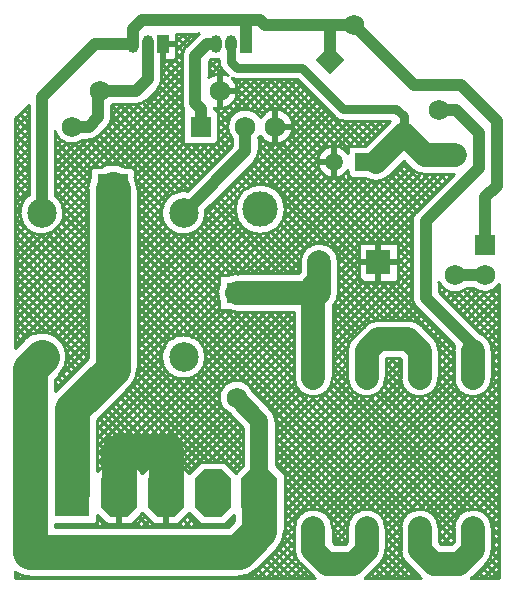
<source format=gbl>
G04*
G04 #@! TF.GenerationSoftware,Altium Limited,Altium Designer,22.1.2 (22)*
G04*
G04 Layer_Physical_Order=2*
G04 Layer_Color=10059915*
%FSLAX42Y42*%
%MOMM*%
G71*
G04*
G04 #@! TF.SameCoordinates,66CC876A-D426-4744-AE03-0E6BB2EB721C*
G04*
G04*
G04 #@! TF.FilePolarity,Positive*
G04*
G01*
G75*
%ADD11C,0.25*%
%ADD13C,0.50*%
%ADD14C,1.00*%
%ADD15C,2.00*%
%ADD16C,1.50*%
%ADD17C,3.00*%
%ADD18C,0.75*%
%ADD19R,1.75X1.75*%
%ADD20C,1.75*%
%ADD21R,1.75X1.75*%
%ADD22O,1.00X1.50*%
%ADD23C,1.50*%
%ADD24P,2.47X4X360.0*%
%ADD25C,2.50*%
%ADD26R,2.50X2.50*%
G04:AMPARAMS|DCode=27|XSize=3mm|YSize=4mm|CornerRadius=0mm|HoleSize=0mm|Usage=FLASHONLY|Rotation=0.000|XOffset=0mm|YOffset=0mm|HoleType=Round|Shape=Octagon|*
%AMOCTAGOND27*
4,1,8,-0.75,2.00,0.75,2.00,1.50,1.25,1.50,-1.25,0.75,-2.00,-0.75,-2.00,-1.50,-1.25,-1.50,1.25,-0.75,2.00,0.0*
%
%ADD27OCTAGOND27*%

%ADD28R,3.00X4.00*%
%ADD29C,2.00*%
%ADD30R,2.00X2.00*%
%ADD31R,1.50X1.50*%
%ADD32R,1.00X1.50*%
%ADD33C,3.00*%
D11*
X3427Y3543D02*
G03*
X3542Y3496I115J115D01*
G01*
X3427Y3543D02*
G03*
X3542Y3496I115J115D01*
G01*
X3470Y3180D02*
G03*
X3438Y3100I80J-80D01*
G01*
X3470Y3180D02*
G03*
X3438Y3100I80J-80D01*
G01*
X3041Y3462D02*
G03*
X3243Y3485I87J138D01*
G01*
X3953Y2532D02*
G03*
X4175Y2563I97J114D01*
G01*
X3662Y2582D02*
G03*
X3901Y2532I138J60D01*
G01*
X3794Y2047D02*
G03*
X3788Y2000I156J-47D01*
G01*
X4112D02*
G03*
X4007Y2152I-162J0D01*
G01*
X3438Y2450D02*
G03*
X3470Y2370I112J0D01*
G01*
X3438Y2450D02*
G03*
X3470Y2370I112J0D01*
G01*
X3662Y2000D02*
G03*
X3615Y2115I-162J0D01*
G01*
X3662Y2000D02*
G03*
X3615Y2115I-162J0D01*
G01*
X3515Y2215D02*
G03*
X3400Y2262I-115J-115D01*
G01*
X3515Y2215D02*
G03*
X3400Y2262I-115J-115D01*
G01*
X3150D02*
G03*
X3035Y2215I0J-162D01*
G01*
X3150Y2262D02*
G03*
X3035Y2215I0J-162D01*
G01*
X2779Y3979D02*
G03*
X2850Y3950I71J71D01*
G01*
X2779Y3979D02*
G03*
X2850Y3950I71J71D01*
G01*
X2890Y3673D02*
G03*
X2890Y3527I-116J-73D01*
G01*
X2427Y3900D02*
G03*
X2150Y3980I-150J0D01*
G01*
X1958Y4200D02*
G03*
X1913Y4307I-150J0D01*
G01*
X2150Y3820D02*
G03*
X2427Y3900I127J80D01*
G01*
X2135Y3801D02*
G03*
X2150Y3820I-112J99D01*
G01*
X2103Y3613D02*
G03*
X2135Y3693I-80J80D01*
G01*
X2103Y3613D02*
G03*
X2135Y3693I-80J80D01*
G01*
X2812Y2750D02*
G03*
X2488Y2750I-162J0D01*
G01*
X2812D02*
G03*
X2488Y2750I-162J0D01*
G01*
Y2667D02*
G03*
X2477Y2657I112J-117D01*
G01*
X2935Y2115D02*
G03*
X2888Y2000I115J-115D01*
G01*
X2765Y2379D02*
G03*
X2812Y2494I-115J115D01*
G01*
X2765Y2379D02*
G03*
X2812Y2494I-115J115D01*
G01*
X2765Y2379D02*
G03*
X2812Y2494I-115J115D01*
G01*
X2935Y2115D02*
G03*
X2888Y2000I115J-115D01*
G01*
X2362Y3200D02*
G03*
X2362Y3200I-212J0D01*
G01*
D02*
G03*
X2362Y3200I-212J0D01*
G01*
X3338Y1775D02*
G03*
X3662Y1775I162J0D01*
G01*
X3788D02*
G03*
X4112Y1775I162J0D01*
G01*
Y500D02*
G03*
X3788Y500I-162J0D01*
G01*
X4065Y202D02*
G03*
X4112Y317I-115J115D01*
G01*
X4065Y202D02*
G03*
X4112Y317I-115J115D01*
G01*
X3937Y75D02*
G03*
X3948Y85I-104J125D01*
G01*
X3937Y75D02*
G03*
X3948Y85I-104J125D01*
G01*
X3662Y500D02*
G03*
X3338Y500I-162J0D01*
G01*
X3502Y85D02*
G03*
X3513Y75I115J115D01*
G01*
X3502Y85D02*
G03*
X3513Y75I115J115D01*
G01*
X3338Y317D02*
G03*
X3385Y202I162J0D01*
G01*
X3338Y317D02*
G03*
X3385Y202I162J0D01*
G01*
X2888Y1775D02*
G03*
X3212Y1775I162J0D01*
G01*
X2438D02*
G03*
X2762Y1775I162J0D01*
G01*
X2280Y1407D02*
G03*
X2239Y1504I-138J0D01*
G01*
X2280Y1407D02*
G03*
X2239Y1504I-138J0D01*
G01*
X3212Y500D02*
G03*
X2888Y500I-162J0D01*
G01*
X2762D02*
G03*
X2438Y500I-162J0D01*
G01*
X3165Y202D02*
G03*
X3212Y317I-115J115D01*
G01*
X3165Y202D02*
G03*
X3212Y317I-115J115D01*
G01*
X2438D02*
G03*
X2485Y202I162J0D01*
G01*
X3037Y75D02*
G03*
X3048Y85I-104J125D01*
G01*
X3037Y75D02*
G03*
X3048Y85I-104J125D01*
G01*
X2602Y85D02*
G03*
X2613Y75I115J115D01*
G01*
X2602Y85D02*
G03*
X2613Y75I115J115D01*
G01*
X2438Y317D02*
G03*
X2485Y202I162J0D01*
G01*
X2292Y325D02*
G03*
X2355Y476I-150J150D01*
G01*
X2292Y325D02*
G03*
X2355Y476I-150J150D01*
G01*
X1966Y88D02*
G03*
X2117Y150I0J212D01*
G01*
X1966Y88D02*
G03*
X2117Y150I0J212D01*
G01*
X1800Y4450D02*
G03*
X1829Y4379I100J0D01*
G01*
X1730Y4471D02*
G03*
X1800Y4466I43J104D01*
G01*
Y4450D02*
G03*
X1829Y4379I100J0D01*
G01*
X1629Y4688D02*
G03*
X1620Y4680I71J-88D01*
G01*
X1629Y4688D02*
G03*
X1620Y4680I71J-88D01*
G01*
X1913Y4307D02*
G03*
X1950Y4300I37J93D01*
G01*
X1913Y4307D02*
G03*
X1950Y4300I37J93D01*
G01*
X2150Y3980D02*
G03*
X1910Y3801I-127J-80D01*
G01*
X1762Y4057D02*
G03*
X1958Y4200I46J143D01*
G01*
X1874Y4335D02*
G03*
X1712Y4316I-66J-135D01*
G01*
X1520Y4580D02*
G03*
X1488Y4500I80J-80D01*
G01*
X1520Y4580D02*
G03*
X1488Y4500I80J-80D01*
G01*
Y4100D02*
G03*
X1499Y4050I112J0D01*
G01*
X1488Y4100D02*
G03*
X1499Y4050I112J0D01*
G01*
X1950Y2657D02*
G03*
X1888Y2644I0J-162D01*
G01*
X1688Y3170D02*
G03*
X1686Y3197I-188J0D01*
G01*
X1888Y2344D02*
G03*
X1950Y2332I62J150D01*
G01*
X1800Y2557D02*
G03*
X1800Y2432I150J-62D01*
G01*
X1527Y3356D02*
G03*
X1688Y3170I-27J-186D01*
G01*
X1280Y4220D02*
G03*
X1312Y4300I-80J80D01*
G01*
X1280Y4220D02*
G03*
X1312Y4300I-80J80D01*
G01*
X1100Y4088D02*
G03*
X1180Y4120I0J112D01*
G01*
X1100Y4088D02*
G03*
X1180Y4120I0J112D01*
G01*
X1000Y3558D02*
G03*
X800Y3558I-100J-188D01*
G01*
X857Y3898D02*
G03*
X890Y3978I-80J80D01*
G01*
X857Y3898D02*
G03*
X890Y3978I-80J80D01*
G01*
X700Y3788D02*
G03*
X780Y3820I0J112D01*
G01*
X700Y3788D02*
G03*
X780Y3820I0J112D01*
G01*
X412Y3857D02*
G03*
X655Y3788I144J43D01*
G01*
X1112Y3370D02*
G03*
X1088Y3470I-212J0D01*
G01*
X712D02*
G03*
X688Y3370I188J-100D01*
G01*
X488Y3170D02*
G03*
X412Y3320I-188J0D01*
G01*
X188D02*
G03*
X488Y3170I112J-150D01*
G01*
X1688Y1950D02*
G03*
X1688Y1950I-188J0D01*
G01*
X2093Y1650D02*
G03*
X1883Y1472I-143J-44D01*
G01*
X1050Y1700D02*
G03*
X1112Y1850I-150J150D01*
G01*
X1050Y1700D02*
G03*
X1112Y1850I-150J150D01*
G01*
X450Y1800D02*
G03*
X512Y1950I-150J150D01*
G01*
D02*
G03*
X150Y2100I-212J0D01*
G01*
X75Y128D02*
G03*
X200Y88I125J172D01*
G01*
X75Y128D02*
G03*
X200Y88I125J172D01*
G01*
X3596Y3496D02*
X3691Y3400D01*
X3524Y3496D02*
X3656Y3365D01*
X3354Y3596D02*
X3620Y3330D01*
X3319Y3561D02*
X3585Y3294D01*
X3283Y3525D02*
X3550Y3259D01*
X3737Y3496D02*
X3762Y3471D01*
X3667Y3496D02*
X3727Y3436D01*
X3542Y3496D02*
X3786D01*
X3470Y3180D02*
X3786Y3496D01*
X3364Y3606D02*
X3427Y3543D01*
X3243Y3485D02*
X3364Y3606D01*
X3212Y3950D02*
X3230Y3932D01*
X3142Y3950D02*
X3195Y3897D01*
X3248Y3490D02*
X3514Y3224D01*
X3208Y3459D02*
X3479Y3188D01*
X3156Y3440D02*
X3448Y3148D01*
X3195Y2912D02*
X3778Y3496D01*
X3312Y2718D02*
X3438Y2593D01*
Y2450D02*
Y3100D01*
X3312Y2789D02*
X3438Y2664D01*
X3312Y2605D02*
X3438Y2730D01*
X3312Y2818D02*
X3438Y2943D01*
X3312Y2588D02*
Y2912D01*
X3266D02*
X3438Y3084D01*
X3312Y2888D02*
X3438Y3013D01*
X3312Y2860D02*
X3438Y2735D01*
X3312Y2676D02*
X3438Y2801D01*
X3312Y2747D02*
X3438Y2872D01*
X3036Y3738D02*
X3248Y3950D01*
X3054Y2912D02*
X3637Y3496D01*
X2850Y3950D02*
X3248D01*
X2381Y3792D02*
X3260Y2912D01*
X3082Y3444D02*
X3438Y3088D01*
X2993Y3462D02*
X3438Y3018D01*
X2922Y3462D02*
X3438Y2947D01*
X2988Y2912D02*
X3312D01*
X3071Y3950D02*
X3159Y3861D01*
X3000Y3950D02*
X3124Y3826D01*
X2960Y3738D02*
X3172Y3950D01*
X2859Y3707D02*
X3101Y3950D01*
X3030Y3738D02*
X3243Y3950D01*
X2281Y3750D02*
X3118Y2912D01*
X2338Y3763D02*
X3189Y2912D01*
X2803Y2803D02*
X3501Y3501D01*
X2803Y2803D02*
X3501Y3501D01*
X2742Y2884D02*
X3414Y3556D01*
X2779Y2849D02*
X3452Y3523D01*
X3125Y2912D02*
X3708Y3496D01*
X2836Y3478D02*
X3438Y2876D01*
X2780Y3463D02*
X3438Y2805D01*
X2812Y2742D02*
X3566Y3496D01*
X2694Y2906D02*
X3379Y3591D01*
X2628Y2911D02*
X3157Y3440D01*
X2303Y2657D02*
X3089Y3442D01*
X2812Y2723D02*
X3273Y2262D01*
X2812Y2653D02*
X3203Y2262D01*
X4141Y2527D02*
X4175Y2492D01*
X3924Y2532D02*
X4175Y2280D01*
X3822Y2337D02*
X3992Y2507D01*
X3893Y2266D02*
X4175Y2549D01*
X4094Y2503D02*
X4175Y2422D01*
X4028Y2498D02*
X4175Y2351D01*
X3857Y2302D02*
X4052Y2496D01*
X3928Y2231D02*
X4175Y2478D01*
X3662Y2531D02*
X3681Y2550D01*
X3787Y2372D02*
X3946Y2532D01*
X3662Y2497D02*
Y2582D01*
X3901Y2532D02*
X3953D01*
X3751Y2408D02*
X3841Y2498D01*
X3681Y2479D02*
X3718Y2516D01*
X3716Y2443D02*
X3768Y2495D01*
X3999Y2160D02*
X4175Y2337D01*
X4043Y2133D02*
X4175Y2266D01*
X3820Y2493D02*
X4175Y2139D01*
X3737Y2506D02*
X4175Y2068D01*
X4104Y2053D02*
X4175Y2124D01*
X4112Y1991D02*
X4175Y2054D01*
X4079Y2099D02*
X4175Y2195D01*
X4090Y2082D02*
X4175Y1997D01*
X3873Y2511D02*
X4175Y2209D01*
X3963Y2196D02*
X4175Y2407D01*
X3662Y2497D02*
X4007Y2152D01*
X3662Y2510D02*
X4032Y2140D01*
X3639Y2084D02*
X3698Y2143D01*
X3659Y2033D02*
X3734Y2107D01*
X3182Y2262D02*
X3438Y2518D01*
X3105Y2256D02*
X3438Y2589D01*
X3394Y2262D02*
X3486Y2355D01*
X3455Y2253D02*
X3521Y2319D01*
X3252Y2262D02*
X3438Y2448D01*
X3323Y2262D02*
X3453Y2393D01*
X3295Y2588D02*
X3312Y2605D01*
Y2648D02*
X3438Y2523D01*
X2988Y2588D02*
X3312D01*
X3019D02*
X3344Y2262D01*
X3302Y2588D02*
X3438Y2452D01*
X3150Y2262D02*
X3400D01*
X3090Y2588D02*
X3416Y2262D01*
X2812Y2582D02*
X3133Y2262D01*
X3537Y2193D02*
X3592Y2249D01*
X3515Y2215D02*
X3615Y2115D01*
X3470Y2370D02*
X3794Y2047D01*
X3231Y2588D02*
X3790Y2029D01*
X3572Y2158D02*
X3628Y2213D01*
X3607Y2122D02*
X3663Y2178D01*
X3500Y2228D02*
X3557Y2284D01*
X2762Y2055D02*
X3295Y2588D01*
X2762Y2197D02*
X3153Y2588D01*
X2762Y2126D02*
X3224Y2588D01*
X2459Y4300D02*
X2779Y3979D01*
X2438Y4300D02*
X3000Y3738D01*
X2400Y3814D02*
X2672Y4086D01*
X2367Y4300D02*
X2930Y3738D01*
X2929Y3950D02*
X3089Y3791D01*
X2890Y3738D02*
X3036D01*
X2859Y3950D02*
X3053Y3755D01*
X2381Y4008D02*
X2566Y4192D01*
X2411Y3967D02*
X2601Y4157D01*
X2282Y4050D02*
X2495Y4263D01*
X2339Y4036D02*
X2531Y4228D01*
X2427Y3911D02*
X2637Y4122D01*
X2745Y3735D02*
X2960Y3950D01*
X2297Y4300D02*
X2890Y3707D01*
X2254Y3385D02*
X2822Y3954D01*
X2295Y3355D02*
X2889Y3950D01*
X3027Y3738D02*
X3036D01*
X2890Y3673D02*
Y3738D01*
X2812Y3732D02*
X3031Y3950D01*
X2426Y3887D02*
X2651Y3663D01*
X2411Y3832D02*
X2636Y3607D01*
X2226Y4300D02*
X2789Y3737D01*
X2403Y3981D02*
X2682Y3703D01*
X2327Y3317D02*
X2638Y3628D01*
X2064Y4044D02*
X2320Y4300D01*
X2084D02*
X2358Y4026D01*
X2014Y4300D02*
X2264Y4049D01*
X1997Y4048D02*
X2249Y4300D01*
X2147Y3985D02*
X2460Y4299D01*
X1950Y4300D02*
X2459D01*
X2112Y4021D02*
X2391Y4300D01*
X1957Y4219D02*
X2037Y4300D01*
X1943Y4300D02*
X2209Y4034D01*
X1939Y4273D02*
X1967Y4300D01*
X1950Y4152D02*
X2055Y4047D01*
X1957Y4215D02*
X2169Y4004D01*
X1943Y4135D02*
X2108Y4300D01*
X1925Y4106D02*
X1986Y4045D01*
X2155Y4300D02*
X2726Y3729D01*
X2204Y3406D02*
X2778Y3980D01*
X2139Y3412D02*
X2743Y4016D01*
X2146Y3814D02*
X3048Y2912D01*
X2135Y3754D02*
X2988Y2902D01*
X2135Y3684D02*
X2988Y2831D01*
X2117Y3631D02*
X2988Y2761D01*
X2083Y3594D02*
X2988Y2690D01*
X2135Y3693D02*
Y3801D01*
X2036Y3379D02*
X2708Y4051D01*
X2135Y3762D02*
X2169Y3796D01*
X2135Y3691D02*
X2210Y3766D01*
X2890Y3462D02*
X3041D01*
X3027Y3462D02*
X3041D01*
X2988Y2588D02*
Y2912D01*
X2812Y2671D02*
X2988Y2846D01*
X2804Y2803D02*
X2988Y2619D01*
X3019Y2588D01*
X2812Y2530D02*
X2988Y2705D01*
X2812Y2600D02*
X2988Y2775D01*
X2807Y2454D02*
X2988Y2634D01*
X2890Y3462D02*
Y3527D01*
Y3495D02*
X2922Y3462D01*
X2876Y3509D02*
X2890Y3495D01*
X2488Y2667D02*
Y2750D01*
X2812Y2494D02*
Y2750D01*
Y2511D02*
X3078Y2246D01*
X2806Y2447D02*
X3037Y2216D01*
X2762Y2338D02*
X3012Y2588D01*
X2762Y2268D02*
X3082Y2588D01*
X2935Y2115D02*
X3035Y2215D01*
X2782Y2400D02*
X3001Y2181D01*
X2762Y2349D02*
X2966Y2146D01*
X2762Y2000D02*
Y2377D01*
Y2137D02*
X2888Y2012D01*
X2762Y2278D02*
X2931Y2110D01*
X2762Y2208D02*
X2902Y2068D01*
X2362Y3211D02*
X2666Y3514D01*
X2357Y3250D02*
X2703Y2904D01*
X2351Y3270D02*
X2641Y3561D01*
X2350Y3128D02*
X2704Y3481D01*
X2361Y3175D02*
X2625Y2911D01*
X2346Y3119D02*
X2572Y2893D01*
X2321Y3074D02*
X2532Y2862D01*
X2287Y3037D02*
X2503Y2820D01*
X2012Y3523D02*
X2125Y3411D01*
X2048Y3559D02*
X2200Y3407D01*
X1977Y3488D02*
X2069Y3396D01*
X1942Y3453D02*
X2024Y3371D01*
X2244Y3009D02*
X2488Y2765D01*
X2191Y2991D02*
X2488Y2695D01*
X2091Y2657D02*
X2897Y3462D01*
X2162Y2657D02*
X2968Y3462D01*
X2020Y2657D02*
X2849Y3485D01*
X1949Y2656D02*
X2756Y3464D01*
X2374Y2657D02*
X2489Y2772D01*
X2444Y2657D02*
X2488Y2700D01*
X1950Y2657D02*
X2477D01*
X2232D02*
X3038Y3462D01*
X2427Y2332D02*
X2438Y2321D01*
X2356Y2332D02*
X2438Y2250D01*
X2122Y2989D02*
X2455Y2657D01*
X1950Y2332D02*
X2438D01*
X2285D02*
X2438Y2179D01*
Y2000D02*
Y2332D01*
X2214D02*
X2438Y2108D01*
X2144Y2332D02*
X2438Y2038D01*
X4112Y1920D02*
X4175Y1983D01*
X4112Y1989D02*
X4175Y1927D01*
X4112Y1918D02*
X4175Y1856D01*
X3662Y1895D02*
X3789Y2021D01*
X4112Y1775D02*
Y2000D01*
Y1848D02*
X4175Y1785D01*
X4112Y1779D02*
X4175Y1842D01*
X4112Y1850D02*
X4175Y1912D01*
X3662Y1873D02*
X3790Y1746D01*
X3662Y1775D02*
Y2000D01*
X3788Y1775D02*
Y2000D01*
X3662Y1965D02*
X3769Y2072D01*
X3662Y2016D02*
X3788Y1890D01*
X3662Y1824D02*
X3788Y1949D01*
X3662Y1944D02*
X3788Y1819D01*
X3212Y1899D02*
X3338Y1774D01*
X3661Y1752D02*
X3788Y1878D01*
X3662Y1803D02*
X4175Y1290D01*
Y75D02*
Y2563D01*
X3658Y1737D02*
X4175Y1219D01*
X3637Y1687D02*
X4175Y1149D01*
X3921Y1615D02*
X4175Y1361D01*
X3603Y1650D02*
X4175Y1078D01*
X3559Y1624D02*
X4175Y1007D01*
X3499Y1613D02*
X4175Y937D01*
X4112Y1777D02*
X4175Y1714D01*
X4073Y1669D02*
X4175Y1771D01*
X4102Y1717D02*
X4175Y1644D01*
X4076Y1672D02*
X4175Y1573D01*
X4039Y1639D02*
X4175Y1502D01*
X3989Y1617D02*
X4175Y1432D01*
X3212Y1828D02*
X4175Y866D01*
X3212Y1759D02*
X4175Y795D01*
X3196Y1704D02*
X4175Y724D01*
X3121Y646D02*
X4175Y1700D01*
X3066Y662D02*
X4056Y1652D01*
X3167Y1662D02*
X4175Y654D01*
X2994Y1622D02*
X3954Y662D01*
X2980Y647D02*
X3946Y1613D01*
X3161Y2588D02*
X3788Y1961D01*
X2762Y1783D02*
X3894Y652D01*
X2762Y1985D02*
X3438Y2660D01*
X2638Y658D02*
X3788Y1808D01*
X2569Y659D02*
X3523Y1614D01*
X2578Y1614D02*
X3533Y659D01*
X2355Y728D02*
X3347Y1721D01*
X2355Y657D02*
X3372Y1675D01*
X3163Y617D02*
X4175Y1629D01*
X3126Y1632D02*
X4175Y583D01*
X2754Y1722D02*
X3848Y627D01*
X2762Y500D02*
X3888Y1625D01*
X3211Y524D02*
X4175Y1488D01*
X3212Y455D02*
X4175Y1417D01*
X3193Y577D02*
X4175Y1559D01*
X3073Y1614D02*
X4175Y512D01*
X2729Y1676D02*
X3815Y590D01*
X2751Y559D02*
X3844Y1652D01*
X2688Y637D02*
X3791Y1741D01*
X2725Y604D02*
X3811Y1690D01*
X2692Y1641D02*
X3793Y541D01*
X2644Y1619D02*
X3788Y476D01*
X2355Y587D02*
X3408Y1641D01*
X2355Y516D02*
X3457Y1618D01*
X4112Y506D02*
X4175Y569D01*
X4099Y564D02*
X4175Y639D01*
X4112Y504D02*
X4175Y442D01*
X4034Y639D02*
X4175Y781D01*
X4072Y607D02*
X4175Y710D01*
X4112Y365D02*
X4175Y427D01*
X4112Y363D02*
X4175Y300D01*
X4112Y436D02*
X4175Y498D01*
X4112Y433D02*
X4175Y371D01*
X3983Y659D02*
X4175Y852D01*
X3910Y658D02*
X4175Y922D01*
X3788Y384D02*
Y500D01*
X3766Y362D02*
X3788Y384D01*
X4112Y317D02*
Y500D01*
X3686Y362D02*
X3788Y464D01*
X3757Y362D02*
X3788Y393D01*
X4111Y292D02*
X4175Y357D01*
X4111Y294D02*
X4175Y230D01*
X4093Y241D02*
X4175Y159D01*
X3964Y75D02*
X4175Y286D01*
X4063Y200D02*
X4175Y88D01*
X4106Y75D02*
X4175Y144D01*
X3937Y75D02*
X4175D01*
X4035D02*
X4175Y215D01*
X3948Y85D02*
X4065Y202D01*
X4028Y165D02*
X4117Y75D01*
X3957Y94D02*
X3976Y75D01*
X3992Y130D02*
X4047Y75D01*
X3599Y629D02*
X4175Y1205D01*
X3633Y593D02*
X4175Y1134D01*
X3491Y662D02*
X4175Y1347D01*
X3553Y654D02*
X4175Y1276D01*
X3662Y481D02*
X4175Y993D01*
X3662Y410D02*
X3792Y540D01*
X3656Y545D02*
X4175Y1064D01*
X3659Y533D02*
X3788Y405D01*
X3662Y384D02*
Y500D01*
X3212Y384D02*
X3338Y509D01*
X3212Y485D02*
X3338Y360D01*
X3662Y384D02*
X3684Y362D01*
X3766D01*
X3662Y459D02*
X3759Y362D01*
X3662Y388D02*
X3688Y362D01*
X3385Y202D02*
X3502Y85D01*
X3398Y75D02*
X3455Y132D01*
X3212Y343D02*
X3481Y75D01*
X3328D02*
X3420Y167D01*
X3037Y75D02*
X3513D01*
X3469D02*
X3491Y97D01*
X3212Y414D02*
X3340Y286D01*
X3116Y75D02*
X3339Y298D01*
X3208Y278D02*
X3410Y75D01*
X3257D02*
X3385Y203D01*
X3186Y228D02*
X3340Y75D01*
X3186D02*
X3355Y244D01*
X3316Y1938D02*
X3338Y1916D01*
X3217Y1938D02*
X3333D01*
X3245D02*
X3338Y1845D01*
X2762Y1914D02*
X2894Y2045D01*
X3212Y1869D02*
X3281Y1938D01*
X3212Y1798D02*
X3338Y1923D01*
Y1775D02*
Y1933D01*
X3212Y1775D02*
Y1933D01*
X2762Y1854D02*
X2897Y1719D01*
X2762Y1775D02*
Y2000D01*
X2888Y1775D02*
Y2000D01*
X2762Y2066D02*
X2888Y1941D01*
X2438Y1775D02*
Y2000D01*
X2762Y1843D02*
X2888Y1968D01*
X2762Y1925D02*
X2888Y1800D01*
X2762Y1996D02*
X2888Y1871D01*
X2762Y1773D02*
X2888Y1898D01*
X3202Y1717D02*
X3338Y1853D01*
X2280Y1148D02*
X2888Y1757D01*
X2355Y799D02*
X3338Y1782D01*
X2355Y940D02*
X3028Y1614D01*
X2355Y870D02*
X3108Y1623D01*
X2292Y1019D02*
X2934Y1661D01*
X2327Y984D02*
X2975Y1631D01*
X2355Y848D02*
X2548Y654D01*
X2355Y800D02*
Y956D01*
Y919D02*
X2611Y662D01*
X2355Y777D02*
X2502Y630D01*
X2355Y707D02*
X2467Y594D01*
X2355Y644D02*
Y800D01*
Y644D02*
Y800D01*
X2119Y1624D02*
X2438Y1943D01*
X2155Y1589D02*
X2438Y1872D01*
X2061Y1707D02*
X2438Y2084D01*
X2088Y1664D02*
X2438Y2013D01*
X2258Y1481D02*
X2464Y1686D01*
X2278Y1429D02*
X2497Y1649D01*
X2190Y1554D02*
X2438Y1801D01*
X2225Y1518D02*
X2442Y1735D01*
X2073Y2332D02*
X2438Y1967D01*
X2002Y2332D02*
X2438Y1896D01*
X1930Y2333D02*
X2438Y1826D01*
X1967Y1755D02*
X2438Y2225D01*
X2021Y1738D02*
X2438Y2155D01*
X2093Y1650D02*
X2239Y1504D01*
X2280Y1077D02*
X2905Y1702D01*
X2280Y1347D02*
X2980Y647D01*
X2279Y1418D02*
X3036Y662D01*
X2058Y1710D02*
X3123Y645D01*
X2280Y1135D02*
X2889Y525D01*
X2280Y1064D02*
X2888Y456D01*
X2280Y1276D02*
X2938Y618D01*
X2280Y1206D02*
X2907Y578D01*
X2280Y1290D02*
X2602Y1613D01*
X2280Y1031D02*
Y1407D01*
Y1360D02*
X2542Y1623D01*
X2280Y1219D02*
X2888Y1827D01*
X2005Y1031D02*
Y1350D01*
X2280Y1031D02*
X2355Y956D01*
X1917Y998D02*
X2005Y1085D01*
X1944Y971D02*
X2005Y1031D01*
X3195Y573D02*
X3338Y431D01*
X3212Y317D02*
Y500D01*
X2762Y429D02*
X2903Y570D01*
X3338Y317D02*
Y500D01*
X3212Y313D02*
X3338Y438D01*
X2837Y362D02*
X2888Y413D01*
X2866Y362D02*
X2888Y384D01*
X2762D02*
Y500D01*
X2888Y384D02*
Y500D01*
X2762Y511D02*
X2888Y386D01*
X2776Y371D02*
X2888Y483D01*
X2784Y362D02*
X2866D01*
X2762Y440D02*
X2840Y362D01*
X2762Y384D02*
X2784Y362D01*
X3048Y85D02*
X3165Y202D01*
X3045Y75D02*
X3338Y368D01*
X3118Y155D02*
X3198Y75D01*
X3153Y191D02*
X3269Y75D01*
X3047Y85D02*
X3057Y75D01*
X3083Y120D02*
X3127Y75D01*
X2485Y202D02*
X2602Y85D01*
X2550Y75D02*
X2581Y106D01*
X2479Y75D02*
X2546Y142D01*
X2355Y565D02*
X2438Y482D01*
Y317D02*
Y500D01*
X2355Y636D02*
X2444Y546D01*
X2352Y443D02*
X2441Y531D01*
X2355Y494D02*
X2438Y411D01*
X2349Y429D02*
X2438Y341D01*
X2330Y377D02*
X2448Y259D01*
X2355Y476D02*
Y644D01*
X1930Y564D02*
Y615D01*
X2117Y150D02*
X2292Y325D01*
X1913Y75D02*
X1926Y88D01*
X2196Y75D02*
X2438Y316D01*
X2301Y335D02*
X2562Y75D01*
X2055D02*
X2438Y458D01*
X2126Y75D02*
X2438Y387D01*
X2338Y75D02*
X2475Y213D01*
X2408Y75D02*
X2510Y177D01*
X2266Y300D02*
X2491Y75D01*
X2267D02*
X2449Y257D01*
X2196Y229D02*
X2350Y75D01*
X2231Y264D02*
X2420Y75D01*
X2125Y158D02*
X2208Y75D01*
X2160Y194D02*
X2279Y75D01*
X2041Y101D02*
X2067Y75D01*
X2087Y125D02*
X2137Y75D01*
X1983Y88D02*
X1996Y75D01*
X1984D02*
X1999Y90D01*
X1780Y4463D02*
X1800Y4443D01*
X1800Y4450D02*
Y4466D01*
X1716Y4457D02*
X1823Y4349D01*
X1804Y4350D02*
X1831Y4377D01*
X1829Y4379D02*
X1874Y4335D01*
X1712Y4329D02*
X1804Y4421D01*
X1555Y4688D02*
X1592Y4651D01*
X1520Y4580D02*
X1620Y4680D01*
X1712Y4389D02*
X1760Y4342D01*
X1712Y4316D02*
Y4453D01*
X1730Y4471D01*
X1712Y4400D02*
X1776Y4463D01*
X1794Y3915D02*
X2179Y4300D01*
X1887Y4073D02*
X1937Y4023D01*
X1837Y4053D02*
X1901Y3988D01*
X1794Y3986D02*
X1873Y4065D01*
X1769Y4050D02*
X1794Y4025D01*
Y3750D02*
Y4050D01*
X1762Y4056D02*
X1769Y4050D01*
X1762D02*
X1794D01*
X1440Y4688D02*
X1629D01*
X1485D02*
X1557Y4616D01*
X1440Y4621D02*
X1506Y4688D01*
X1440Y4551D02*
X1576Y4688D01*
X1440Y4662D02*
X1521Y4580D01*
X1440Y4591D02*
X1494Y4537D01*
X1440Y4521D02*
X1488Y4473D01*
Y4100D02*
Y4500D01*
X1440Y4480D02*
X1492Y4533D01*
X1427Y4462D02*
X1488Y4402D01*
X1356Y4462D02*
X1488Y4331D01*
X1312Y4365D02*
X1488Y4190D01*
X1312Y4436D02*
X1488Y4261D01*
X1312Y4294D02*
X1488Y4119D01*
X1153Y4101D02*
X1494Y3759D01*
X953Y4088D02*
X1606Y3435D01*
X1494Y3750D02*
Y4050D01*
X1095Y4088D02*
X1677Y3506D01*
X1024Y4088D02*
X1641Y3470D01*
X890Y4080D02*
X1571Y3400D01*
X1295Y4240D02*
X1494Y4042D01*
X1262Y4203D02*
X1494Y3971D01*
X800Y3558D02*
X1488Y4245D01*
X417Y3316D02*
X1488Y4387D01*
X1227Y4168D02*
X1494Y3901D01*
X1191Y4132D02*
X1494Y3830D01*
X895Y3582D02*
X1488Y4175D01*
X958Y3574D02*
X1488Y4104D01*
X1910Y3740D02*
Y3801D01*
X1794Y3883D02*
X1910Y3767D01*
X1794Y3813D02*
X1889Y3718D01*
X1686Y3197D02*
X2103Y3613D01*
X1687Y3172D02*
X2266Y3750D01*
X1906Y3417D02*
X1987Y3337D01*
X1871Y3382D02*
X1959Y3294D01*
X1836Y3347D02*
X1941Y3241D01*
X1800Y3311D02*
X1939Y3172D01*
X1794Y3844D02*
X1875Y3926D01*
X1794Y3774D02*
X1879Y3859D01*
X1794Y4025D02*
X1878Y3940D01*
X1794Y3954D02*
X1876Y3872D01*
X1770Y3750D02*
X1794Y3774D01*
X1786Y3750D02*
X1853Y3682D01*
X1715Y3750D02*
X1818Y3647D01*
X1644Y3750D02*
X1783Y3612D01*
X1730Y3241D02*
X2314Y2657D01*
X1765Y3276D02*
X2384Y2657D01*
X1663Y3077D02*
X2363Y3777D01*
X1694Y3205D02*
X2243Y2657D01*
X1686Y3143D02*
X2172Y2657D01*
X1866Y2644D02*
X2222Y3000D01*
X1641Y3046D02*
X2031Y2657D01*
X1669Y3089D02*
X2102Y2657D01*
X1800Y2644D02*
X1888D01*
X1800Y2557D02*
Y2644D01*
Y2344D02*
X1888D01*
X1800D02*
Y2432D01*
X1503Y3750D02*
X1712Y3541D01*
X1438Y3347D02*
X1902Y3811D01*
X1112Y3234D02*
X1629Y3750D01*
X1112Y3163D02*
X1699Y3750D01*
X1574D02*
X1747Y3576D01*
X1527Y3356D02*
X1910Y3740D01*
X1494Y3750D02*
X1794D01*
X1518Y3357D02*
X1910Y3749D01*
X1083Y3558D02*
X1494Y3969D01*
X1088Y3492D02*
X1494Y3898D01*
X1012Y3558D02*
X1494Y4039D01*
X890Y4009D02*
X1535Y3364D01*
X1494Y3759D02*
X1503Y3750D01*
X1112Y3305D02*
X1558Y3750D01*
X1102Y3436D02*
X1494Y3827D01*
X1112Y3375D02*
X1494Y3757D01*
X1112Y2315D02*
X1944Y3146D01*
X1112Y2244D02*
X1965Y3096D01*
X1112Y2456D02*
X1971Y3314D01*
X1112Y2385D02*
X1938Y3211D01*
X1603Y3013D02*
X1960Y2657D01*
X1555Y2991D02*
X1898Y2648D01*
X1493Y2983D02*
X1831Y2644D01*
X1112Y2173D02*
X1995Y3055D01*
X1112Y3221D02*
X1794Y2540D01*
X1112Y3092D02*
X1770Y3750D01*
X1112Y3292D02*
X1800Y2605D01*
X1112Y2597D02*
X1498Y2983D01*
X1112Y2527D02*
X1593Y3007D01*
X1112Y3151D02*
X1789Y2474D01*
X1112Y3080D02*
X1800Y2392D01*
X1422Y4462D02*
X1440Y4480D01*
Y4462D02*
Y4688D01*
X1312Y4424D02*
X1351Y4462D01*
X1312D02*
X1440D01*
X1312Y4353D02*
X1422Y4462D01*
X1311Y4281D02*
X1488Y4457D01*
X1312Y4300D02*
Y4462D01*
X1180Y4120D02*
X1280Y4220D01*
X891Y4088D02*
X1100D01*
X890Y4072D02*
X906Y4088D01*
X890Y4001D02*
X976Y4088D01*
X885Y3944D02*
X1473Y3356D01*
X859Y3899D02*
X1419Y3339D01*
X729Y3558D02*
X1488Y4316D01*
X823Y3864D02*
X1376Y3311D01*
X788Y3829D02*
X1059Y3558D01*
X688Y3788D02*
X893Y3582D01*
X748Y3798D02*
X978Y3567D01*
X890Y3978D02*
Y4087D01*
X780Y3820D02*
X857Y3898D01*
X655Y3788D02*
X700D01*
X633Y3771D02*
X833Y3572D01*
X412Y3807D02*
X428Y3822D01*
X75Y3752D02*
X188Y3864D01*
X75Y3835D02*
X188Y3722D01*
X412Y3736D02*
X461Y3784D01*
X412Y3665D02*
X506Y3759D01*
X75Y3681D02*
X188Y3794D01*
X75Y3764D02*
X188Y3651D01*
X149Y4043D02*
X188Y4005D01*
X114Y4008D02*
X188Y3934D01*
X75Y3969D02*
X188Y4081D01*
X75Y3964D02*
X188Y4077D01*
X79Y3972D02*
X188Y3863D01*
X75Y3905D02*
X188Y3793D01*
X75Y3893D02*
X188Y4006D01*
X75Y3823D02*
X188Y3935D01*
X412Y3524D02*
X676Y3788D01*
X412Y3780D02*
X712Y3480D01*
X412Y3453D02*
X1047Y4088D01*
X412Y3382D02*
X1119Y4089D01*
X582Y3752D02*
X776Y3558D01*
X504Y3760D02*
X712Y3551D01*
X412Y3709D02*
X695Y3427D01*
X412Y3638D02*
X688Y3363D01*
X412Y3594D02*
X569Y3751D01*
X412Y3320D02*
Y3857D01*
X75Y3611D02*
X188Y3723D01*
Y3320D02*
Y4081D01*
X75Y3622D02*
X188Y3510D01*
X75Y3469D02*
X188Y3582D01*
X75Y3693D02*
X188Y3581D01*
X75Y3540D02*
X188Y3652D01*
X1000Y3558D02*
X1088D01*
X1059D02*
X1088Y3529D01*
X712Y3558D02*
X800D01*
X712Y3541D02*
X729Y3558D01*
X1098Y3448D02*
X1321Y3225D01*
X1088Y3470D02*
Y3558D01*
Y3529D02*
X1343Y3273D01*
X712Y3470D02*
Y3558D01*
X452Y3280D02*
X712Y3541D01*
X412Y3568D02*
X688Y3293D01*
X412Y3497D02*
X688Y3222D01*
X487Y3174D02*
X688Y3375D01*
X476Y3234D02*
X712Y3470D01*
X1112Y2951D02*
X1313Y3152D01*
X1112Y2880D02*
X1328Y3096D01*
X1112Y3363D02*
X1313Y3163D01*
X1112Y3022D02*
X1323Y3232D01*
X1112Y2739D02*
X1391Y3017D01*
X1112Y2668D02*
X1438Y2993D01*
X1112Y2810D02*
X1355Y3052D01*
X354Y2990D02*
X688Y2656D01*
X465Y3082D02*
X688Y3304D01*
X482Y3216D02*
X688Y3010D01*
X412Y3426D02*
X688Y3151D01*
X412Y3356D02*
X688Y3081D01*
X485Y3141D02*
X688Y2939D01*
X468Y3088D02*
X688Y2868D01*
X440Y3045D02*
X688Y2798D01*
X402Y3013D02*
X688Y2727D01*
X75Y3481D02*
X188Y3368D01*
X75Y3328D02*
X188Y3440D01*
X75Y3552D02*
X188Y3439D01*
X75Y3398D02*
X188Y3511D01*
X75Y2833D02*
X236Y2994D01*
X75Y3257D02*
X188Y3369D01*
X75Y2903D02*
X190Y3018D01*
X75Y3269D02*
X120Y3224D01*
X75Y3186D02*
X124Y3236D01*
X75Y3410D02*
X175Y3310D01*
X75Y3340D02*
X143Y3272D01*
X75Y3045D02*
X127Y3097D01*
X75Y2974D02*
X154Y3053D01*
X75Y3198D02*
X113Y3160D01*
X75Y3116D02*
X113Y3154D01*
X75Y2338D02*
X688Y2950D01*
X75Y2915D02*
X688Y2303D01*
X75Y2408D02*
X688Y3021D01*
X75Y2986D02*
X688Y2374D01*
X75Y2196D02*
X688Y2809D01*
X75Y2774D02*
X688Y2161D01*
X75Y2267D02*
X688Y2880D01*
X75Y2845D02*
X688Y2232D01*
X75Y3127D02*
X688Y2515D01*
X75Y2479D02*
X688Y3092D01*
X75Y2621D02*
X688Y3233D01*
X75Y2550D02*
X688Y3162D01*
X75Y2762D02*
X296Y2983D01*
X290Y2983D02*
X688Y2586D01*
X75Y2691D02*
X388Y3005D01*
X75Y3057D02*
X688Y2444D01*
X1112Y1961D02*
X2139Y2988D01*
X1672Y2025D02*
X1978Y2332D01*
X1848Y2344D02*
X2439Y1753D01*
X1112Y2102D02*
X2033Y3023D01*
X1112Y2032D02*
X2080Y2999D01*
X1686Y1969D02*
X2049Y2332D01*
X1880Y1739D02*
X2438Y2296D01*
X1678Y1890D02*
X2119Y2332D01*
X1671Y2026D02*
X1942Y1756D01*
X1561Y2127D02*
X1800Y2366D01*
X1608Y2103D02*
X1849Y2344D01*
X1501Y2137D02*
X1799Y2435D01*
X1404Y2111D02*
X1788Y2495D01*
X1645Y2069D02*
X1912Y2336D01*
X1687Y1939D02*
X1885Y1741D01*
X1112Y2090D02*
X1329Y1874D01*
X1112Y2656D02*
X2054Y1714D01*
X1112Y2019D02*
X2005Y1127D01*
X1112Y3009D02*
X3463Y658D01*
X1112Y2938D02*
X3413Y638D01*
X1510Y1763D02*
X2005Y1269D01*
X1424Y1779D02*
X2005Y1198D01*
X1112Y1949D02*
X2005Y1057D01*
X1675Y1881D02*
X1844Y1712D01*
X1649Y1836D02*
X1815Y1671D01*
X1614Y1801D02*
X1800Y1614D01*
X1112Y1878D02*
X1982Y1009D01*
X1568Y1775D02*
X2005Y1339D01*
X1345Y1062D02*
X1818Y1535D01*
X1275Y1062D02*
X1801Y1589D01*
X1132Y991D02*
X1817Y1676D01*
X1112Y2514D02*
X1489Y2137D01*
X1112Y2443D02*
X1431Y2125D01*
X1112Y2585D02*
X1576Y2121D01*
X1112Y1890D02*
X1800Y2578D01*
X1112Y2373D02*
X1386Y2099D01*
X850Y1062D02*
X1560Y1772D01*
X770Y1195D02*
X1381Y1805D01*
X770Y1124D02*
X1425Y1778D01*
X1112Y2231D02*
X1325Y2018D01*
X1112Y2161D02*
X1313Y1960D01*
X1112Y2302D02*
X1351Y2064D01*
X1110Y1817D02*
X1339Y2046D01*
X770Y1265D02*
X1347Y1842D01*
X888Y1537D02*
X1362Y1062D01*
X770Y1407D02*
X1313Y1949D01*
X770Y1336D02*
X1323Y1889D01*
X1112Y2797D02*
X3349Y560D01*
X1112Y2726D02*
X3338Y501D01*
X921Y1062D02*
X2190Y2332D01*
X1112Y2868D02*
X3376Y605D01*
X1061Y1061D02*
X2332Y2332D01*
X1097Y1026D02*
X2402Y2332D01*
X992Y1062D02*
X2261Y2332D01*
X1061Y1061D02*
X2332Y2332D01*
X1091Y1758D02*
X1786Y1062D01*
X1109Y1811D02*
X1946Y973D01*
X1064Y1714D02*
X1716Y1062D01*
X770Y1053D02*
X1481Y1764D01*
X1029Y1678D02*
X1645Y1062D01*
X994Y1643D02*
X1607Y1030D01*
X923Y1572D02*
X1433Y1062D01*
X958Y1608D02*
X1572Y994D01*
X1840Y1062D02*
X2005Y1227D01*
X1883Y1472D02*
X2005Y1350D01*
X1882Y1033D02*
X2005Y1156D01*
X1699Y1062D02*
X1996Y1359D01*
X1770Y1062D02*
X2005Y1297D01*
X1905Y590D02*
X1930Y566D01*
X1870Y555D02*
X1895Y529D01*
X1852Y1062D02*
X1944Y971D01*
X1852Y538D02*
X1930Y615D01*
X1640Y1062D02*
X1852D01*
X1573Y512D02*
X1619Y558D01*
X1548Y971D02*
X1640Y1062D01*
X1548Y629D02*
X1640Y538D01*
X1675D02*
X1700Y512D01*
X1785D02*
X1810Y538D01*
X1640D02*
X1852D01*
X1644Y512D02*
X1669Y538D01*
X1856Y512D02*
X1930Y586D01*
X1878Y512D02*
X1930Y564D01*
X1816Y538D02*
X1841Y512D01*
X1771Y88D02*
X1784Y75D01*
X1843D02*
X1855Y88D01*
X1913D02*
X1925Y75D01*
X1772D02*
X1785Y88D01*
X1842D02*
X1855Y75D01*
X1715Y512D02*
X1740Y538D01*
X1746D02*
X1771Y512D01*
X1559Y88D02*
X1572Y75D01*
X1560D02*
X1572Y88D01*
X1701D02*
X1713Y75D01*
X1701D02*
X1714Y88D01*
X1630D02*
X1643Y75D01*
X1631D02*
X1643Y88D01*
X1507Y1012D02*
X1925Y1430D01*
X1542Y977D02*
X1960Y1395D01*
X1416Y1062D02*
X1849Y1495D01*
X1472Y1047D02*
X1890Y1465D01*
X1456Y1062D02*
X1548Y971D01*
X1456Y538D02*
X1548Y629D01*
X1244Y538D02*
X1456D01*
X412Y512D02*
X1878D01*
X852Y1502D02*
X1291Y1062D01*
X1244D02*
X1456D01*
X1321Y538D02*
X1346Y512D01*
X1361D02*
X1386Y538D01*
X1251D02*
X1276Y512D01*
X1290D02*
X1315Y538D01*
X1502Y512D02*
X1584Y594D01*
X1530Y612D02*
X1629Y512D01*
X1432D02*
X1548Y629D01*
X1495Y576D02*
X1559Y512D01*
X1489Y88D02*
X1501Y75D01*
X1489D02*
X1502Y88D01*
X200D02*
X1966D01*
X75Y75D02*
X2613D01*
X1392Y538D02*
X1417Y512D01*
X1460Y541D02*
X1488Y512D01*
X1276Y88D02*
X1289Y75D01*
X1277D02*
X1290Y88D01*
X1418D02*
X1430Y75D01*
X1419D02*
X1431Y88D01*
X1347D02*
X1360Y75D01*
X1348D02*
X1360Y88D01*
X1112Y1850D02*
Y3370D01*
X770Y1420D02*
X1050Y1700D01*
X817Y1466D02*
X1232Y1051D01*
X848Y1062D02*
X1060D01*
X781Y1431D02*
X1197Y1016D01*
X770Y1301D02*
X1009Y1062D01*
X770Y1230D02*
X938Y1062D01*
X688Y1938D02*
Y3370D01*
X511Y1925D02*
X688Y2102D01*
X509Y1986D02*
X622Y1873D01*
X510Y1915D02*
X587Y1838D01*
X770Y1088D02*
X822Y1037D01*
X770Y1018D02*
X787Y1001D01*
X770Y1062D02*
Y1420D01*
Y1159D02*
X867Y1062D01*
X1060D02*
X1152Y971D01*
X1244Y1062D01*
X770Y1371D02*
X1162Y980D01*
X1152Y629D02*
X1244Y538D01*
X1120Y597D02*
X1205Y512D01*
X1060Y538D02*
X1152Y629D01*
X1078Y512D02*
X1173Y608D01*
X770Y985D02*
X848Y1062D01*
X770Y985D02*
Y1062D01*
Y985D02*
Y1062D01*
Y558D02*
X799Y587D01*
X770Y593D02*
X851Y512D01*
X770Y538D02*
Y615D01*
X848Y538D01*
X246Y2156D02*
X688Y2597D01*
X75Y2055D02*
X688Y2667D01*
X75Y2126D02*
X688Y2738D01*
X75Y2703D02*
X688Y2091D01*
X462Y2088D02*
X688Y2314D01*
X490Y2045D02*
X688Y2243D01*
X379Y2147D02*
X688Y2455D01*
X425Y2122D02*
X688Y2385D01*
X323Y2161D02*
X688Y2526D01*
X75Y2350D02*
X265Y2160D01*
X75Y2420D02*
X336Y2159D01*
X75Y2026D02*
Y3969D01*
Y2137D02*
X131Y2081D01*
X75Y2067D02*
X96Y2046D01*
X75Y2279D02*
X211Y2143D01*
X75Y2208D02*
X167Y2116D01*
X508Y1993D02*
X688Y2172D01*
X75Y2491D02*
X658Y1908D01*
X75Y2632D02*
X688Y2020D01*
X75Y2562D02*
X688Y1949D01*
X493Y1861D02*
X552Y1802D01*
X412Y1663D02*
X688Y1938D01*
X412Y1756D02*
X688Y2031D01*
X412Y1685D02*
X688Y1960D01*
X466Y1817D02*
X516Y1767D01*
X75Y2026D02*
X150Y2100D01*
X431Y1781D02*
X481Y1731D01*
X412Y1729D02*
X446Y1696D01*
X412Y1762D02*
X450Y1800D01*
X412Y1663D02*
Y1762D01*
X1085Y562D02*
X1134Y512D01*
X1149D02*
X1209Y572D01*
X937Y512D02*
X962Y538D01*
X968D02*
X993Y512D01*
X1039Y538D02*
X1064Y512D01*
X1220D02*
X1245Y538D01*
X848D02*
X1060D01*
X1007Y512D02*
X1032Y538D01*
X750D02*
X770Y558D01*
X795Y512D02*
X834Y551D01*
X654Y512D02*
X679Y538D01*
X685D02*
X710Y512D01*
X866D02*
X891Y538D01*
X897D02*
X922Y512D01*
X725D02*
X750Y538D01*
X756D02*
X781Y512D01*
X1064Y88D02*
X1077Y75D01*
X1065D02*
X1077Y88D01*
X994D02*
X1006Y75D01*
X994D02*
X1007Y88D01*
X1206D02*
X1218Y75D01*
X1206D02*
X1219Y88D01*
X1135D02*
X1148Y75D01*
X1136D02*
X1148Y88D01*
X781D02*
X794Y75D01*
X782D02*
X795Y88D01*
X711D02*
X723Y75D01*
X711D02*
X724Y88D01*
X923D02*
X935Y75D01*
X924D02*
X936Y88D01*
X852D02*
X865Y75D01*
X853D02*
X865Y88D01*
X512Y512D02*
X538Y538D01*
X512Y512D02*
X538Y538D01*
X442Y512D02*
X467Y538D01*
X473D02*
X498Y512D01*
X583D02*
X608Y538D01*
X614D02*
X639Y512D01*
X412Y538D02*
X770D01*
X544D02*
X569Y512D01*
X412D02*
Y538D01*
Y527D02*
X427Y512D01*
X75Y75D02*
Y128D01*
Y75D02*
X108Y108D01*
X75Y87D02*
X87Y75D01*
X75D02*
X108Y108D01*
X499Y88D02*
X511Y75D01*
X499D02*
X512Y88D01*
X428D02*
X440Y75D01*
X429D02*
X441Y88D01*
X640D02*
X653Y75D01*
X641D02*
X653Y88D01*
X569D02*
X582Y75D01*
X570D02*
X582Y88D01*
X216D02*
X228Y75D01*
X216D02*
X229Y88D01*
X135Y98D02*
X158Y75D01*
X146D02*
X162Y91D01*
X357Y88D02*
X370Y75D01*
X358D02*
X370Y88D01*
X287D02*
X299Y75D01*
X287D02*
X300Y88D01*
D13*
X3150Y2750D02*
X3300D01*
X3150D02*
Y2900D01*
X3000Y2750D02*
X3150D01*
Y2600D02*
Y2750D01*
X2277Y3900D02*
X2415D01*
X2277D02*
Y4038D01*
Y3762D02*
Y3900D01*
X2773Y3600D02*
Y3725D01*
Y3475D02*
Y3600D01*
X2648D02*
X2773D01*
X1808Y4200D02*
X1945D01*
X1808D02*
Y4338D01*
Y4062D02*
Y4200D01*
X1327Y4600D02*
X1427D01*
X1327Y4475D02*
Y4600D01*
X1350Y800D02*
Y1050D01*
Y550D02*
Y800D01*
X954Y550D02*
Y800D01*
Y1050D01*
D14*
X3800Y2642D02*
X3802Y2644D01*
X4048D02*
X4050Y2646D01*
X3802Y2644D02*
X4048D01*
X4050Y2900D02*
Y3300D01*
X4150Y3400D01*
X3850Y4250D02*
X4150Y3950D01*
Y3400D02*
Y3950D01*
X3809Y4041D02*
X4000Y3850D01*
Y3550D02*
Y3850D01*
X3659Y4041D02*
X3809D01*
X3450Y4250D02*
X3850D01*
X2941Y4759D02*
X3450Y4250D01*
X3550Y3100D02*
X4000Y3550D01*
X3550Y2450D02*
Y3100D01*
Y2450D02*
X3950Y2050D01*
X1500Y3170D02*
X2023Y3693D01*
Y3900D01*
X556D02*
X700D01*
X778Y4186D02*
X792Y4200D01*
X778Y3978D02*
Y4186D01*
X700Y3900D02*
X778Y3978D01*
X792Y4200D02*
X1100D01*
X1200Y4300D01*
Y4600D01*
X1650Y3906D02*
Y4050D01*
X1644Y3900D02*
X1650Y3906D01*
X1600Y4100D02*
X1650Y4050D01*
X1600Y4100D02*
Y4500D01*
X1700Y4600D01*
X1773D01*
X2050Y4800D02*
X2150D01*
X1150D02*
X2050D01*
X2027Y4600D02*
Y4777D01*
X2050Y4800D01*
X1073Y4600D02*
Y4723D01*
X1150Y4800D01*
X2150D02*
X2191Y4759D01*
X750Y4600D02*
X1073D01*
X300Y4150D02*
X750Y4600D01*
X300Y3191D02*
Y4150D01*
X2750Y4759D02*
X2941D01*
X2191D02*
X2750D01*
X2736Y4464D02*
Y4745D01*
X2750Y4759D01*
D15*
X3950Y1775D02*
Y2000D01*
X3400Y2100D02*
X3500Y2000D01*
X3050D02*
X3150Y2100D01*
X3400D01*
X2650Y2494D02*
Y2750D01*
X1950Y2494D02*
X2650D01*
X2650Y2494D01*
X2600Y2000D02*
Y2550D01*
Y1775D02*
Y2000D01*
X3950Y317D02*
Y500D01*
X3833Y200D02*
X3950Y317D01*
X3617Y200D02*
X3833D01*
X3500Y317D02*
X3617Y200D01*
X3500Y317D02*
Y500D01*
X2717Y200D02*
X2933D01*
X3050Y317D02*
Y500D01*
X2933Y200D02*
X3050Y317D01*
X2600D02*
Y500D01*
Y317D02*
X2717Y200D01*
X3128Y3600D02*
X3364Y3836D01*
X3542Y3658D02*
X3800D01*
X3364Y3836D02*
X3542Y3658D01*
X3500Y1775D02*
Y2000D01*
X3050Y1775D02*
Y2000D01*
D16*
X3027Y3600D02*
X3128D01*
X1950Y1599D02*
X2142Y1407D01*
X1950Y1599D02*
Y1606D01*
X2142Y800D02*
Y1407D01*
D17*
X1350Y800D02*
Y1150D01*
X950D02*
X1350D01*
X954Y800D02*
Y1146D01*
X950Y1150D02*
X954Y1146D01*
X558Y800D02*
Y1508D01*
X900Y1850D02*
Y3370D01*
X558Y1508D02*
X900Y1850D01*
X200Y1850D02*
X300Y1950D01*
X200Y300D02*
Y1850D01*
X1966Y300D02*
X2142Y476D01*
Y800D01*
X200Y300D02*
X1966D01*
D18*
X1950Y4400D02*
X2500D01*
X1900Y4450D02*
X1950Y4400D01*
X1900Y4450D02*
Y4600D01*
X2850Y4050D02*
X3300D01*
X2500Y4400D02*
X2850Y4050D01*
X3364Y3836D02*
Y3986D01*
X3300Y4050D02*
X3364Y3986D01*
D19*
X4050Y2900D02*
D03*
X1950Y2494D02*
D03*
D20*
X4050Y2646D02*
D03*
X556Y3900D02*
D03*
X2023D02*
D03*
X3364Y3836D02*
D03*
X3800Y3658D02*
D03*
X1808Y4200D02*
D03*
X3800Y2642D02*
D03*
X792Y4200D02*
D03*
X2600Y500D02*
D03*
Y1775D02*
D03*
X2941Y4759D02*
D03*
X2600Y2000D02*
D03*
X3659Y4041D02*
D03*
X2277Y3900D02*
D03*
X1950Y1606D02*
D03*
X3950Y2000D02*
D03*
Y500D02*
D03*
Y1775D02*
D03*
X3500D02*
D03*
Y500D02*
D03*
Y2000D02*
D03*
X3050D02*
D03*
Y500D02*
D03*
Y1775D02*
D03*
D21*
X1644Y3900D02*
D03*
D22*
X1773Y4600D02*
D03*
X1200D02*
D03*
X1073D02*
D03*
X1900D02*
D03*
D23*
X2773Y3600D02*
D03*
D24*
X2736Y4464D02*
D03*
D25*
X1500Y3170D02*
D03*
Y1950D02*
D03*
X300D02*
D03*
Y3170D02*
D03*
D26*
X900Y3370D02*
D03*
D27*
X2142Y800D02*
D03*
X1746D02*
D03*
X1350D02*
D03*
X954D02*
D03*
D28*
X558D02*
D03*
D29*
X2650Y2750D02*
D03*
D30*
X3150D02*
D03*
D31*
X3027Y3600D02*
D03*
D32*
X1327Y4600D02*
D03*
X2027D02*
D03*
D33*
X2150Y3200D02*
D03*
M02*

</source>
